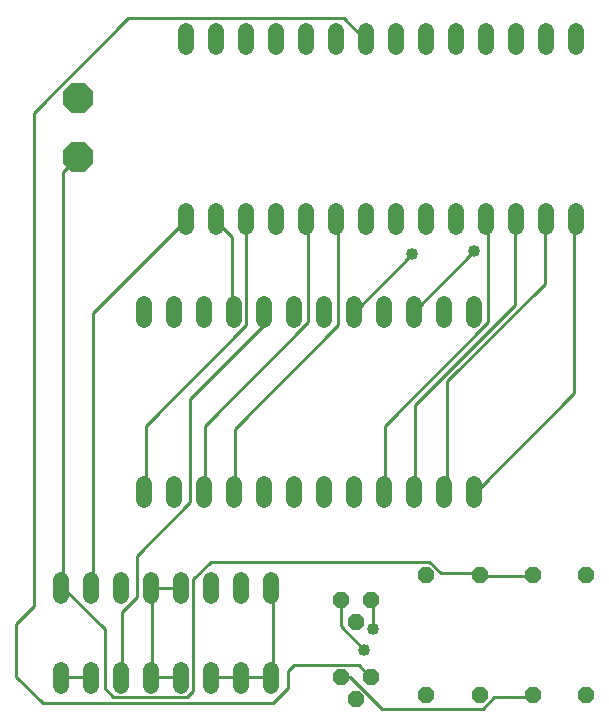
<source format=gtl>
G75*
%MOIN*%
%OFA0B0*%
%FSLAX25Y25*%
%IPPOS*%
%LPD*%
%AMOC8*
5,1,8,0,0,1.08239X$1,22.5*
%
%ADD10OC8,0.10000*%
%ADD11C,0.05200*%
%ADD12OC8,0.05200*%
%ADD13C,0.01000*%
%ADD14C,0.04000*%
D10*
X0030370Y0193874D03*
X0030488Y0213677D03*
D11*
X0066433Y0230605D02*
X0066433Y0235805D01*
X0076433Y0235805D02*
X0076433Y0230605D01*
X0086433Y0230605D02*
X0086433Y0235805D01*
X0096433Y0235805D02*
X0096433Y0230605D01*
X0106433Y0230605D02*
X0106433Y0235805D01*
X0116433Y0235805D02*
X0116433Y0230605D01*
X0126433Y0230605D02*
X0126433Y0235805D01*
X0136433Y0235805D02*
X0136433Y0230605D01*
X0146433Y0230605D02*
X0146433Y0235805D01*
X0156433Y0235805D02*
X0156433Y0230605D01*
X0166433Y0230605D02*
X0166433Y0235805D01*
X0176433Y0235805D02*
X0176433Y0230605D01*
X0186433Y0230605D02*
X0186433Y0235805D01*
X0196433Y0235805D02*
X0196433Y0230605D01*
X0196433Y0175805D02*
X0196433Y0170605D01*
X0186433Y0170605D02*
X0186433Y0175805D01*
X0176433Y0175805D02*
X0176433Y0170605D01*
X0166433Y0170605D02*
X0166433Y0175805D01*
X0156433Y0175805D02*
X0156433Y0170605D01*
X0146433Y0170605D02*
X0146433Y0175805D01*
X0136433Y0175805D02*
X0136433Y0170605D01*
X0126433Y0170605D02*
X0126433Y0175805D01*
X0116433Y0175805D02*
X0116433Y0170605D01*
X0106433Y0170605D02*
X0106433Y0175805D01*
X0096433Y0175805D02*
X0096433Y0170605D01*
X0086433Y0170605D02*
X0086433Y0175805D01*
X0076433Y0175805D02*
X0076433Y0170605D01*
X0066433Y0170605D02*
X0066433Y0175805D01*
X0062654Y0144899D02*
X0062654Y0139699D01*
X0072654Y0139699D02*
X0072654Y0144899D01*
X0082654Y0144899D02*
X0082654Y0139699D01*
X0092654Y0139699D02*
X0092654Y0144899D01*
X0102654Y0144899D02*
X0102654Y0139699D01*
X0112654Y0139699D02*
X0112654Y0144899D01*
X0122654Y0144899D02*
X0122654Y0139699D01*
X0132654Y0139699D02*
X0132654Y0144899D01*
X0142654Y0144899D02*
X0142654Y0139699D01*
X0152654Y0139699D02*
X0152654Y0144899D01*
X0162654Y0144899D02*
X0162654Y0139699D01*
X0162654Y0084899D02*
X0162654Y0079699D01*
X0152654Y0079699D02*
X0152654Y0084899D01*
X0142654Y0084899D02*
X0142654Y0079699D01*
X0132654Y0079699D02*
X0132654Y0084899D01*
X0122654Y0084899D02*
X0122654Y0079699D01*
X0112654Y0079699D02*
X0112654Y0084899D01*
X0102654Y0084899D02*
X0102654Y0079699D01*
X0092654Y0079699D02*
X0092654Y0084899D01*
X0082654Y0084899D02*
X0082654Y0079699D01*
X0072654Y0079699D02*
X0072654Y0084899D01*
X0062654Y0084899D02*
X0062654Y0079699D01*
X0052654Y0079699D02*
X0052654Y0084899D01*
X0054898Y0052931D02*
X0054898Y0047731D01*
X0064898Y0047731D02*
X0064898Y0052931D01*
X0074898Y0052931D02*
X0074898Y0047731D01*
X0084898Y0047731D02*
X0084898Y0052931D01*
X0094898Y0052931D02*
X0094898Y0047731D01*
X0094898Y0022931D02*
X0094898Y0017731D01*
X0084898Y0017731D02*
X0084898Y0022931D01*
X0074898Y0022931D02*
X0074898Y0017731D01*
X0064898Y0017731D02*
X0064898Y0022931D01*
X0054898Y0022931D02*
X0054898Y0017731D01*
X0044898Y0017731D02*
X0044898Y0022931D01*
X0034898Y0022931D02*
X0034898Y0017731D01*
X0024898Y0017731D02*
X0024898Y0022931D01*
X0024898Y0047731D02*
X0024898Y0052931D01*
X0034898Y0052931D02*
X0034898Y0047731D01*
X0044898Y0047731D02*
X0044898Y0052931D01*
X0052654Y0139699D02*
X0052654Y0144899D01*
D12*
X0118047Y0046276D03*
X0123047Y0038776D03*
X0128047Y0046276D03*
X0146669Y0054465D03*
X0164386Y0054465D03*
X0182102Y0054465D03*
X0199819Y0054465D03*
X0199819Y0014465D03*
X0182102Y0014465D03*
X0164386Y0014465D03*
X0146669Y0014465D03*
X0128047Y0020685D03*
X0123047Y0013185D03*
X0118047Y0020685D03*
D13*
X0018717Y0011827D02*
X0009858Y0020685D01*
X0009858Y0038402D01*
X0015764Y0044307D01*
X0015764Y0208677D01*
X0047260Y0240173D01*
X0119110Y0240173D01*
X0126000Y0233283D01*
X0126433Y0233205D01*
X0116433Y0173205D02*
X0117142Y0172260D01*
X0117142Y0137811D01*
X0082693Y0103362D01*
X0082693Y0082693D01*
X0082654Y0082299D01*
X0072850Y0082693D02*
X0072654Y0082299D01*
X0072850Y0082693D02*
X0072850Y0104346D01*
X0107299Y0138795D01*
X0107299Y0172260D01*
X0106433Y0173205D01*
X0086630Y0172260D02*
X0086433Y0173205D01*
X0086630Y0172260D02*
X0086630Y0137811D01*
X0053165Y0104346D01*
X0053165Y0082693D01*
X0052654Y0082299D01*
X0067929Y0078756D02*
X0050213Y0061039D01*
X0050213Y0047260D01*
X0045291Y0042339D01*
X0045291Y0020685D01*
X0044898Y0020331D01*
X0039386Y0016748D02*
X0042339Y0013795D01*
X0066945Y0013795D01*
X0068913Y0015764D01*
X0068913Y0053165D01*
X0074819Y0059071D01*
X0147654Y0059071D01*
X0151591Y0055134D01*
X0164386Y0055134D01*
X0164386Y0054465D01*
X0164386Y0054150D01*
X0182102Y0054150D01*
X0182102Y0054465D01*
X0163402Y0082693D02*
X0162654Y0082299D01*
X0163402Y0082693D02*
X0195882Y0115173D01*
X0195882Y0172260D01*
X0196433Y0173205D01*
X0186433Y0173205D02*
X0186039Y0172260D01*
X0186039Y0151591D01*
X0153559Y0119110D01*
X0153559Y0082693D01*
X0152654Y0082299D01*
X0142732Y0082693D02*
X0142654Y0082299D01*
X0142732Y0082693D02*
X0142732Y0111236D01*
X0176197Y0144701D01*
X0176197Y0172260D01*
X0176433Y0173205D01*
X0167339Y0172260D02*
X0166433Y0173205D01*
X0167339Y0172260D02*
X0167339Y0138795D01*
X0132890Y0104346D01*
X0132890Y0082693D01*
X0132654Y0082299D01*
X0128953Y0046276D02*
X0128047Y0046276D01*
X0128953Y0046276D02*
X0128953Y0036433D01*
X0126000Y0029543D02*
X0118126Y0037417D01*
X0118126Y0046276D01*
X0118047Y0046276D01*
X0124031Y0024622D02*
X0102378Y0024622D01*
X0100409Y0022654D01*
X0100409Y0016748D01*
X0095488Y0011827D01*
X0018717Y0011827D01*
X0024898Y0020331D02*
X0025606Y0020685D01*
X0034465Y0020685D01*
X0034898Y0020331D01*
X0039386Y0016748D02*
X0039386Y0036433D01*
X0025606Y0050213D01*
X0024898Y0050331D01*
X0025606Y0051197D01*
X0025606Y0188992D01*
X0029543Y0192929D01*
X0030370Y0193874D01*
X0066433Y0173205D02*
X0065961Y0172260D01*
X0035449Y0141748D01*
X0035449Y0051197D01*
X0034898Y0050331D01*
X0054898Y0050331D02*
X0055134Y0050213D01*
X0055134Y0020685D01*
X0054898Y0020331D01*
X0055134Y0020685D02*
X0063992Y0020685D01*
X0064898Y0020331D01*
X0074898Y0020331D02*
X0075803Y0020685D01*
X0084661Y0020685D01*
X0084898Y0020331D01*
X0085646Y0020685D01*
X0094504Y0020685D01*
X0094898Y0020331D01*
X0095488Y0020685D01*
X0095488Y0050213D01*
X0094898Y0050331D01*
X0118047Y0020685D02*
X0121079Y0020685D01*
X0131906Y0009858D01*
X0165370Y0009858D01*
X0169307Y0013795D01*
X0182102Y0013795D01*
X0182102Y0014465D01*
X0128047Y0020685D02*
X0127969Y0020685D01*
X0124031Y0024622D01*
X0067929Y0078756D02*
X0067929Y0113205D01*
X0092535Y0137811D01*
X0092535Y0141748D01*
X0092654Y0142299D01*
X0082654Y0142299D02*
X0081709Y0142732D01*
X0081709Y0167339D01*
X0076787Y0172260D01*
X0076433Y0173205D01*
X0122654Y0142299D02*
X0123047Y0142732D01*
X0141748Y0161433D01*
X0142732Y0142732D02*
X0142654Y0142299D01*
X0142732Y0142732D02*
X0162417Y0162417D01*
X0064898Y0050331D02*
X0063992Y0050213D01*
X0055134Y0050213D01*
D14*
X0126000Y0029543D03*
X0128953Y0036433D03*
X0141748Y0161433D03*
X0162417Y0162417D03*
M02*

</source>
